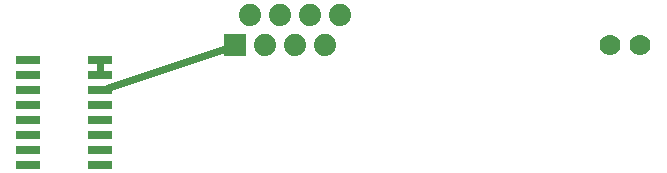
<source format=gtl>
G04 MADE WITH FRITZING*
G04 WWW.FRITZING.ORG*
G04 DOUBLE SIDED*
G04 HOLES PLATED*
G04 CONTOUR ON CENTER OF CONTOUR VECTOR*
%ASAXBY*%
%FSLAX23Y23*%
%MOIN*%
%OFA0B0*%
%SFA1.0B1.0*%
%ADD10C,0.074000*%
%ADD11C,0.070000*%
%ADD12R,0.080000X0.026000*%
%ADD13C,0.024000*%
%ADD14R,0.001000X0.001000*%
%LNCOPPER1*%
G90*
G70*
G54D10*
X2244Y1833D03*
X2194Y1733D03*
X2144Y1833D03*
X2044Y1833D03*
X1944Y1833D03*
X2094Y1733D03*
X1994Y1733D03*
X1894Y1733D03*
G54D11*
X3244Y1733D03*
X3144Y1733D03*
X3244Y1733D03*
X3144Y1733D03*
G54D12*
X1202Y1683D03*
X1202Y1633D03*
X1202Y1583D03*
X1202Y1533D03*
X1202Y1483D03*
X1202Y1433D03*
X1202Y1383D03*
X1202Y1333D03*
X1444Y1333D03*
X1444Y1383D03*
X1444Y1433D03*
X1444Y1483D03*
X1444Y1533D03*
X1444Y1583D03*
X1444Y1633D03*
X1444Y1683D03*
G54D13*
X1444Y1641D02*
X1444Y1676D01*
D02*
X1865Y1724D02*
X1467Y1591D01*
G54D14*
X1857Y1770D02*
X1930Y1770D01*
X1857Y1769D02*
X1930Y1769D01*
X1857Y1768D02*
X1930Y1768D01*
X1857Y1767D02*
X1930Y1767D01*
X1857Y1766D02*
X1930Y1766D01*
X1857Y1765D02*
X1930Y1765D01*
X1857Y1764D02*
X1930Y1764D01*
X1857Y1763D02*
X1930Y1763D01*
X1857Y1762D02*
X1930Y1762D01*
X1857Y1761D02*
X1930Y1761D01*
X1857Y1760D02*
X1930Y1760D01*
X1857Y1759D02*
X1930Y1759D01*
X1857Y1758D02*
X1930Y1758D01*
X1857Y1757D02*
X1930Y1757D01*
X1857Y1756D02*
X1930Y1756D01*
X1857Y1755D02*
X1930Y1755D01*
X1857Y1754D02*
X1930Y1754D01*
X1857Y1753D02*
X1890Y1753D01*
X1898Y1753D02*
X1930Y1753D01*
X1857Y1752D02*
X1886Y1752D01*
X1901Y1752D02*
X1930Y1752D01*
X1857Y1751D02*
X1884Y1751D01*
X1903Y1751D02*
X1930Y1751D01*
X1857Y1750D02*
X1882Y1750D01*
X1905Y1750D02*
X1930Y1750D01*
X1857Y1749D02*
X1881Y1749D01*
X1906Y1749D02*
X1930Y1749D01*
X1857Y1748D02*
X1880Y1748D01*
X1908Y1748D02*
X1930Y1748D01*
X1857Y1747D02*
X1879Y1747D01*
X1909Y1747D02*
X1930Y1747D01*
X1857Y1746D02*
X1878Y1746D01*
X1909Y1746D02*
X1930Y1746D01*
X1857Y1745D02*
X1877Y1745D01*
X1910Y1745D02*
X1930Y1745D01*
X1857Y1744D02*
X1877Y1744D01*
X1911Y1744D02*
X1930Y1744D01*
X1857Y1743D02*
X1876Y1743D01*
X1911Y1743D02*
X1930Y1743D01*
X1857Y1742D02*
X1875Y1742D01*
X1912Y1742D02*
X1930Y1742D01*
X1857Y1741D02*
X1875Y1741D01*
X1912Y1741D02*
X1930Y1741D01*
X1857Y1740D02*
X1875Y1740D01*
X1913Y1740D02*
X1930Y1740D01*
X1857Y1739D02*
X1874Y1739D01*
X1913Y1739D02*
X1930Y1739D01*
X1857Y1738D02*
X1874Y1738D01*
X1913Y1738D02*
X1930Y1738D01*
X1857Y1737D02*
X1874Y1737D01*
X1914Y1737D02*
X1930Y1737D01*
X1857Y1736D02*
X1874Y1736D01*
X1914Y1736D02*
X1930Y1736D01*
X1857Y1735D02*
X1874Y1735D01*
X1914Y1735D02*
X1930Y1735D01*
X1857Y1734D02*
X1874Y1734D01*
X1914Y1734D02*
X1930Y1734D01*
X1857Y1733D02*
X1874Y1733D01*
X1914Y1733D02*
X1930Y1733D01*
X1857Y1732D02*
X1874Y1732D01*
X1914Y1732D02*
X1930Y1732D01*
X1857Y1731D02*
X1874Y1731D01*
X1914Y1731D02*
X1930Y1731D01*
X1857Y1730D02*
X1874Y1730D01*
X1914Y1730D02*
X1930Y1730D01*
X1857Y1729D02*
X1874Y1729D01*
X1913Y1729D02*
X1930Y1729D01*
X1857Y1728D02*
X1874Y1728D01*
X1913Y1728D02*
X1930Y1728D01*
X1857Y1727D02*
X1875Y1727D01*
X1913Y1727D02*
X1930Y1727D01*
X1857Y1726D02*
X1875Y1726D01*
X1912Y1726D02*
X1930Y1726D01*
X1857Y1725D02*
X1876Y1725D01*
X1912Y1725D02*
X1930Y1725D01*
X1857Y1724D02*
X1876Y1724D01*
X1911Y1724D02*
X1930Y1724D01*
X1857Y1723D02*
X1877Y1723D01*
X1911Y1723D02*
X1930Y1723D01*
X1857Y1722D02*
X1877Y1722D01*
X1910Y1722D02*
X1930Y1722D01*
X1857Y1721D02*
X1878Y1721D01*
X1909Y1721D02*
X1930Y1721D01*
X1857Y1720D02*
X1879Y1720D01*
X1908Y1720D02*
X1930Y1720D01*
X1857Y1719D02*
X1880Y1719D01*
X1907Y1719D02*
X1930Y1719D01*
X1857Y1718D02*
X1881Y1718D01*
X1906Y1718D02*
X1930Y1718D01*
X1857Y1717D02*
X1883Y1717D01*
X1905Y1717D02*
X1930Y1717D01*
X1857Y1716D02*
X1885Y1716D01*
X1903Y1716D02*
X1930Y1716D01*
X1857Y1715D02*
X1887Y1715D01*
X1900Y1715D02*
X1930Y1715D01*
X1857Y1714D02*
X1930Y1714D01*
X1857Y1713D02*
X1930Y1713D01*
X1857Y1712D02*
X1930Y1712D01*
X1857Y1711D02*
X1930Y1711D01*
X1857Y1710D02*
X1930Y1710D01*
X1857Y1709D02*
X1930Y1709D01*
X1857Y1708D02*
X1930Y1708D01*
X1857Y1707D02*
X1930Y1707D01*
X1857Y1706D02*
X1930Y1706D01*
X1857Y1705D02*
X1930Y1705D01*
X1857Y1704D02*
X1930Y1704D01*
X1857Y1703D02*
X1930Y1703D01*
X1857Y1702D02*
X1930Y1702D01*
X1857Y1701D02*
X1930Y1701D01*
X1857Y1700D02*
X1930Y1700D01*
X1857Y1699D02*
X1930Y1699D01*
X1857Y1698D02*
X1930Y1698D01*
X1857Y1697D02*
X1930Y1697D01*
D02*
G04 End of Copper1*
M02*
</source>
